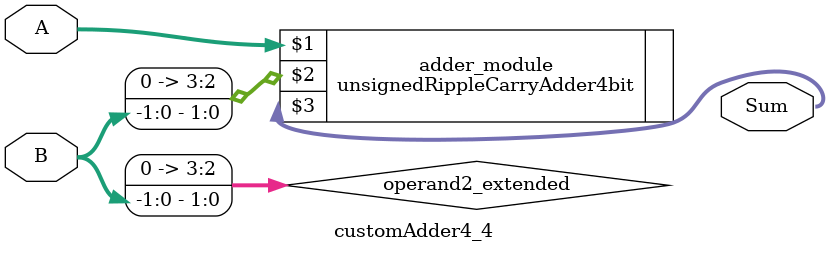
<source format=v>
module customAdder4_4(
                        input [3 : 0] A,
                        input [-1 : 0] B,
                        
                        output [4 : 0] Sum
                );

        wire [3 : 0] operand2_extended;
        
        assign operand2_extended =  {4'b0, B};
        
        unsignedRippleCarryAdder4bit adder_module(
            A,
            operand2_extended,
            Sum
        );
        
        endmodule
        
</source>
